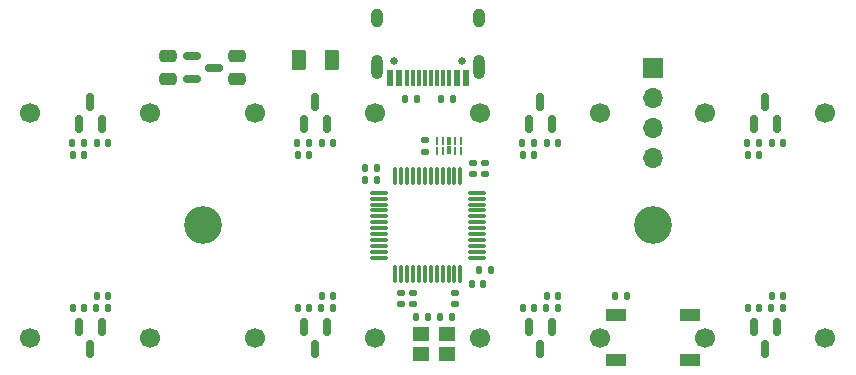
<source format=gbr>
%TF.GenerationSoftware,KiCad,Pcbnew,7.0.5*%
%TF.CreationDate,2024-04-29T12:28:37+10:00*%
%TF.ProjectId,8 key thingy,38206b65-7920-4746-9869-6e67792e6b69,rev?*%
%TF.SameCoordinates,Original*%
%TF.FileFunction,Soldermask,Bot*%
%TF.FilePolarity,Negative*%
%FSLAX46Y46*%
G04 Gerber Fmt 4.6, Leading zero omitted, Abs format (unit mm)*
G04 Created by KiCad (PCBNEW 7.0.5) date 2024-04-29 12:28:37*
%MOMM*%
%LPD*%
G01*
G04 APERTURE LIST*
G04 Aperture macros list*
%AMRoundRect*
0 Rectangle with rounded corners*
0 $1 Rounding radius*
0 $2 $3 $4 $5 $6 $7 $8 $9 X,Y pos of 4 corners*
0 Add a 4 corners polygon primitive as box body*
4,1,4,$2,$3,$4,$5,$6,$7,$8,$9,$2,$3,0*
0 Add four circle primitives for the rounded corners*
1,1,$1+$1,$2,$3*
1,1,$1+$1,$4,$5*
1,1,$1+$1,$6,$7*
1,1,$1+$1,$8,$9*
0 Add four rect primitives between the rounded corners*
20,1,$1+$1,$2,$3,$4,$5,0*
20,1,$1+$1,$4,$5,$6,$7,0*
20,1,$1+$1,$6,$7,$8,$9,0*
20,1,$1+$1,$8,$9,$2,$3,0*%
G04 Aperture macros list end*
%ADD10RoundRect,0.135000X-0.185000X0.135000X-0.185000X-0.135000X0.185000X-0.135000X0.185000X0.135000X0*%
%ADD11C,1.700000*%
%ADD12C,3.200000*%
%ADD13RoundRect,0.150000X0.150000X-0.587500X0.150000X0.587500X-0.150000X0.587500X-0.150000X-0.587500X0*%
%ADD14RoundRect,0.135000X-0.135000X-0.185000X0.135000X-0.185000X0.135000X0.185000X-0.135000X0.185000X0*%
%ADD15RoundRect,0.140000X0.140000X0.170000X-0.140000X0.170000X-0.140000X-0.170000X0.140000X-0.170000X0*%
%ADD16RoundRect,0.140000X-0.170000X0.140000X-0.170000X-0.140000X0.170000X-0.140000X0.170000X0.140000X0*%
%ADD17R,1.700000X1.000000*%
%ADD18RoundRect,0.140000X-0.140000X-0.170000X0.140000X-0.170000X0.140000X0.170000X-0.140000X0.170000X0*%
%ADD19RoundRect,0.150000X-0.587500X-0.150000X0.587500X-0.150000X0.587500X0.150000X-0.587500X0.150000X0*%
%ADD20RoundRect,0.135000X0.135000X0.185000X-0.135000X0.185000X-0.135000X-0.185000X0.135000X-0.185000X0*%
%ADD21RoundRect,0.250000X-0.475000X0.250000X-0.475000X-0.250000X0.475000X-0.250000X0.475000X0.250000X0*%
%ADD22R,0.200000X0.675000*%
%ADD23R,0.400000X0.775000*%
%ADD24RoundRect,0.250000X0.475000X-0.250000X0.475000X0.250000X-0.475000X0.250000X-0.475000X-0.250000X0*%
%ADD25RoundRect,0.150000X-0.150000X0.587500X-0.150000X-0.587500X0.150000X-0.587500X0.150000X0.587500X0*%
%ADD26R,1.700000X1.700000*%
%ADD27O,1.700000X1.700000*%
%ADD28RoundRect,0.075000X0.075000X-0.662500X0.075000X0.662500X-0.075000X0.662500X-0.075000X-0.662500X0*%
%ADD29RoundRect,0.075000X0.662500X-0.075000X0.662500X0.075000X-0.662500X0.075000X-0.662500X-0.075000X0*%
%ADD30R,1.400000X1.200000*%
%ADD31RoundRect,0.250000X0.375000X0.625000X-0.375000X0.625000X-0.375000X-0.625000X0.375000X-0.625000X0*%
%ADD32C,0.650000*%
%ADD33R,0.600000X1.450000*%
%ADD34R,0.300000X1.450000*%
%ADD35O,1.000000X1.600000*%
%ADD36O,1.000000X2.100000*%
G04 APERTURE END LIST*
D10*
%TO.C,R5*%
X66421000Y-40384000D03*
X66421000Y-41404000D03*
%TD*%
D11*
%TO.C,H_SW2*%
X52070000Y-38100000D03*
X62230000Y-38100000D03*
%TD*%
D12*
%TO.C,H1*%
X47625000Y-47625000D03*
%TD*%
D11*
%TO.C,H_SW3*%
X71120000Y-38100000D03*
X81280000Y-38100000D03*
%TD*%
%TO.C,H_SW5*%
X43180000Y-57150000D03*
X33020000Y-57150000D03*
%TD*%
%TO.C,H_SW1*%
X33020000Y-38100000D03*
X43180000Y-38100000D03*
%TD*%
%TO.C,H_SW7*%
X81280000Y-57150000D03*
X71120000Y-57150000D03*
%TD*%
%TO.C,H_SW4*%
X90170000Y-38100000D03*
X100330000Y-38100000D03*
%TD*%
%TO.C,H_SW6*%
X62230000Y-57150000D03*
X52070000Y-57150000D03*
%TD*%
D12*
%TO.C,H2*%
X85725000Y-47625000D03*
%TD*%
D11*
%TO.C,H_SW8*%
X100330000Y-57150000D03*
X90170000Y-57150000D03*
%TD*%
D13*
%TO.C,HALL2*%
X58100000Y-39037500D03*
X56200000Y-39037500D03*
X57150000Y-37162500D03*
%TD*%
D14*
%TO.C,R8*%
X74674000Y-40640000D03*
X75694000Y-40640000D03*
%TD*%
D15*
%TO.C,C15*%
X39596000Y-40640000D03*
X38636000Y-40640000D03*
%TD*%
D16*
%TO.C,C14*%
X68961000Y-53368000D03*
X68961000Y-54328000D03*
%TD*%
D15*
%TO.C,C9*%
X71981000Y-51435000D03*
X71021000Y-51435000D03*
%TD*%
D17*
%TO.C,SW2*%
X88875000Y-55250000D03*
X82575000Y-55250000D03*
X88875000Y-59050000D03*
X82575000Y-59050000D03*
%TD*%
D18*
%TO.C,C29*%
X93754000Y-54610000D03*
X94714000Y-54610000D03*
%TD*%
D19*
%TO.C,U1*%
X46687500Y-35240000D03*
X46687500Y-33340000D03*
X48562500Y-34290000D03*
%TD*%
D20*
%TO.C,R2*%
X68836000Y-36957000D03*
X67816000Y-36957000D03*
%TD*%
D13*
%TO.C,HALL1*%
X39050000Y-39037500D03*
X37150000Y-39037500D03*
X38100000Y-37162500D03*
%TD*%
D15*
%TO.C,C18*%
X56614000Y-41656000D03*
X55654000Y-41656000D03*
%TD*%
D21*
%TO.C,C3*%
X44704000Y-33340000D03*
X44704000Y-35240000D03*
%TD*%
D16*
%TO.C,C11*%
X65405000Y-53368000D03*
X65405000Y-54328000D03*
%TD*%
D18*
%TO.C,C5*%
X61369000Y-42799000D03*
X62329000Y-42799000D03*
%TD*%
D22*
%TO.C,U2*%
X69453000Y-41331500D03*
X68953000Y-41331500D03*
D23*
X68453000Y-41281500D03*
D22*
X67953000Y-41331500D03*
X67453000Y-41331500D03*
X67453000Y-40456500D03*
X67953000Y-40456500D03*
D23*
X68453000Y-40506500D03*
D22*
X68953000Y-40456500D03*
X69453000Y-40456500D03*
%TD*%
D18*
%TO.C,C25*%
X55654000Y-54610000D03*
X56614000Y-54610000D03*
%TD*%
D15*
%TO.C,C21*%
X96746000Y-40640000D03*
X95786000Y-40640000D03*
%TD*%
D14*
%TO.C,R7*%
X55624000Y-40640000D03*
X56644000Y-40640000D03*
%TD*%
D16*
%TO.C,C7*%
X71501000Y-42319000D03*
X71501000Y-43279000D03*
%TD*%
D18*
%TO.C,C27*%
X74704000Y-54610000D03*
X75664000Y-54610000D03*
%TD*%
D20*
%TO.C,R10*%
X39625999Y-54610000D03*
X38605999Y-54610000D03*
%TD*%
D15*
%TO.C,C16*%
X37564000Y-41656000D03*
X36604000Y-41656000D03*
%TD*%
D13*
%TO.C,HALL4*%
X96200000Y-39037500D03*
X94300000Y-39037500D03*
X95250000Y-37162500D03*
%TD*%
D24*
%TO.C,C2*%
X50546000Y-35240000D03*
X50546000Y-33340000D03*
%TD*%
D13*
%TO.C,HALL3*%
X77150000Y-39037500D03*
X75250000Y-39037500D03*
X76200000Y-37162500D03*
%TD*%
D14*
%TO.C,R9*%
X93724000Y-40640000D03*
X94744000Y-40640000D03*
%TD*%
D25*
%TO.C,HALL5*%
X37150000Y-56212500D03*
X39050000Y-56212500D03*
X38100000Y-58087500D03*
%TD*%
D26*
%TO.C,J2*%
X85725000Y-34290000D03*
D27*
X85725000Y-36830000D03*
X85725000Y-39370000D03*
X85725000Y-41910000D03*
%TD*%
D15*
%TO.C,C19*%
X77696000Y-40640000D03*
X76736000Y-40640000D03*
%TD*%
D18*
%TO.C,C30*%
X95785999Y-53594000D03*
X96745999Y-53594000D03*
%TD*%
D20*
%TO.C,R4*%
X83568000Y-53594000D03*
X82548000Y-53594000D03*
%TD*%
%TO.C,R11*%
X58675999Y-54610000D03*
X57655999Y-54610000D03*
%TD*%
D15*
%TO.C,C17*%
X58646000Y-40640000D03*
X57686000Y-40640000D03*
%TD*%
D20*
%TO.C,R3*%
X65788000Y-36957000D03*
X64768000Y-36957000D03*
%TD*%
%TO.C,R13*%
X96775999Y-54610000D03*
X95755999Y-54610000D03*
%TD*%
D18*
%TO.C,C26*%
X57685999Y-53594000D03*
X58645999Y-53594000D03*
%TD*%
D15*
%TO.C,C20*%
X75664000Y-41656000D03*
X74704000Y-41656000D03*
%TD*%
D25*
%TO.C,HALL8*%
X94300000Y-56212500D03*
X96200000Y-56212500D03*
X95250000Y-58087500D03*
%TD*%
D28*
%TO.C,U3*%
X69425000Y-51787500D03*
X68925000Y-51787500D03*
X68425000Y-51787500D03*
X67925000Y-51787500D03*
X67425000Y-51787500D03*
X66925000Y-51787500D03*
X66425000Y-51787500D03*
X65925000Y-51787500D03*
X65425000Y-51787500D03*
X64925000Y-51787500D03*
X64425000Y-51787500D03*
X63925000Y-51787500D03*
D29*
X62512500Y-50375000D03*
X62512500Y-49875000D03*
X62512500Y-49375000D03*
X62512500Y-48875000D03*
X62512500Y-48375000D03*
X62512500Y-47875000D03*
X62512500Y-47375000D03*
X62512500Y-46875000D03*
X62512500Y-46375000D03*
X62512500Y-45875000D03*
X62512500Y-45375000D03*
X62512500Y-44875000D03*
D28*
X63925000Y-43462500D03*
X64425000Y-43462500D03*
X64925000Y-43462500D03*
X65425000Y-43462500D03*
X65925000Y-43462500D03*
X66425000Y-43462500D03*
X66925000Y-43462500D03*
X67425000Y-43462500D03*
X67925000Y-43462500D03*
X68425000Y-43462500D03*
X68925000Y-43462500D03*
X69425000Y-43462500D03*
D29*
X70837500Y-44875000D03*
X70837500Y-45375000D03*
X70837500Y-45875000D03*
X70837500Y-46375000D03*
X70837500Y-46875000D03*
X70837500Y-47375000D03*
X70837500Y-47875000D03*
X70837500Y-48375000D03*
X70837500Y-48875000D03*
X70837500Y-49375000D03*
X70837500Y-49875000D03*
X70837500Y-50375000D03*
%TD*%
D15*
%TO.C,C22*%
X94714000Y-41656000D03*
X93754000Y-41656000D03*
%TD*%
D30*
%TO.C,Y1*%
X68283000Y-58508000D03*
X66083000Y-58508000D03*
X66083000Y-56808000D03*
X68283000Y-56808000D03*
%TD*%
D31*
%TO.C,F1*%
X58550000Y-33655000D03*
X55750000Y-33655000D03*
%TD*%
D18*
%TO.C,C23*%
X36604000Y-54610000D03*
X37564000Y-54610000D03*
%TD*%
D32*
%TO.C,J1*%
X63785000Y-33715000D03*
X69565000Y-33715000D03*
D33*
X63425000Y-35160000D03*
X64225000Y-35160000D03*
D34*
X65425000Y-35160000D03*
X66425000Y-35160000D03*
X66925000Y-35160000D03*
X67925000Y-35160000D03*
D33*
X69125000Y-35160000D03*
X69925000Y-35160000D03*
X69925000Y-35160000D03*
X69125000Y-35160000D03*
D34*
X68425000Y-35160000D03*
X67425000Y-35160000D03*
X65925000Y-35160000D03*
X64925000Y-35160000D03*
D33*
X64225000Y-35160000D03*
X63425000Y-35160000D03*
D35*
X62355000Y-30065000D03*
D36*
X62355000Y-34245000D03*
D35*
X70995000Y-30065000D03*
D36*
X70995000Y-34245000D03*
%TD*%
D16*
%TO.C,C10*%
X64389000Y-53368000D03*
X64389000Y-54328000D03*
%TD*%
D14*
%TO.C,R6*%
X36574000Y-40640000D03*
X37594000Y-40640000D03*
%TD*%
D15*
%TO.C,C13*%
X66647000Y-55372000D03*
X65687000Y-55372000D03*
%TD*%
D25*
%TO.C,HALL7*%
X75250000Y-56212500D03*
X77150000Y-56212500D03*
X76200000Y-58087500D03*
%TD*%
D18*
%TO.C,C4*%
X70386000Y-52578000D03*
X71346000Y-52578000D03*
%TD*%
%TO.C,C6*%
X61369000Y-43815000D03*
X62329000Y-43815000D03*
%TD*%
D25*
%TO.C,HALL6*%
X56200000Y-56212500D03*
X58100000Y-56212500D03*
X57150000Y-58087500D03*
%TD*%
D18*
%TO.C,C24*%
X38635999Y-53594000D03*
X39595999Y-53594000D03*
%TD*%
D16*
%TO.C,C8*%
X70485000Y-42319000D03*
X70485000Y-43279000D03*
%TD*%
D15*
%TO.C,C12*%
X68679000Y-55372000D03*
X67719000Y-55372000D03*
%TD*%
D20*
%TO.C,R12*%
X77725999Y-54610000D03*
X76705999Y-54610000D03*
%TD*%
D18*
%TO.C,C28*%
X76735999Y-53594000D03*
X77695999Y-53594000D03*
%TD*%
M02*

</source>
